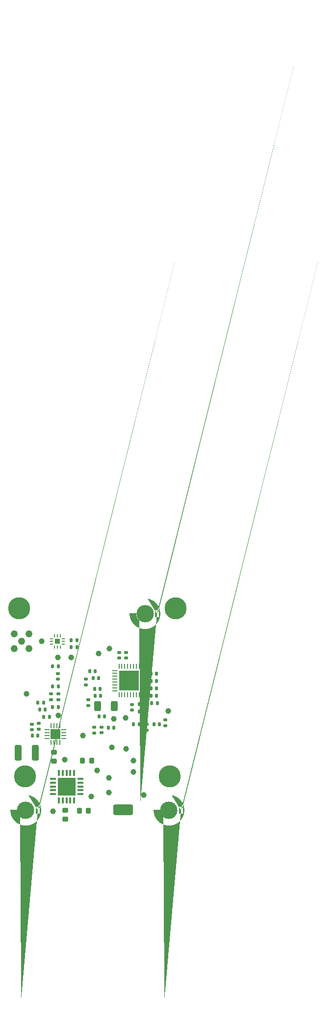
<source format=gbr>
%TF.GenerationSoftware,KiCad,Pcbnew,9.0.0*%
%TF.CreationDate,2025-11-27T12:56:11-07:00*%
%TF.ProjectId,OSS-Radio_2M70CM,4f53532d-5261-4646-996f-5f324d373043,rev?*%
%TF.SameCoordinates,Original*%
%TF.FileFunction,Soldermask,Top*%
%TF.FilePolarity,Negative*%
%FSLAX46Y46*%
G04 Gerber Fmt 4.6, Leading zero omitted, Abs format (unit mm)*
G04 Created by KiCad (PCBNEW 9.0.0) date 2025-11-27 12:56:11*
%MOMM*%
%LPD*%
G01*
G04 APERTURE LIST*
G04 Aperture macros list*
%AMRoundRect*
0 Rectangle with rounded corners*
0 $1 Rounding radius*
0 $2 $3 $4 $5 $6 $7 $8 $9 X,Y pos of 4 corners*
0 Add a 4 corners polygon primitive as box body*
4,1,4,$2,$3,$4,$5,$6,$7,$8,$9,$2,$3,0*
0 Add four circle primitives for the rounded corners*
1,1,$1+$1,$2,$3*
1,1,$1+$1,$4,$5*
1,1,$1+$1,$6,$7*
1,1,$1+$1,$8,$9*
0 Add four rect primitives between the rounded corners*
20,1,$1+$1,$2,$3,$4,$5,0*
20,1,$1+$1,$4,$5,$6,$7,0*
20,1,$1+$1,$6,$7,$8,$9,0*
20,1,$1+$1,$8,$9,$2,$3,0*%
%AMFreePoly0*
4,1,100,-1.631109,2.612558,-1.341386,2.546431,-1.060889,2.448281,-0.793145,2.319342,-0.541521,2.161236,-0.309182,1.975952,-0.099048,1.765818,0.086236,1.533479,0.244342,1.281855,0.373281,1.014111,0.471431,0.733614,0.537558,0.443891,0.570831,0.148587,0.570831,-0.148587,0.537558,-0.443891,0.471431,-0.733614,0.373281,-1.014111,0.244342,-1.281855,0.086236,-1.533479,-0.099048,-1.765818,
-0.309182,-1.975952,-0.541521,-2.161236,-0.793145,-2.319342,-1.060889,-2.448281,-1.341386,-2.546431,-1.631109,-2.612558,-1.926413,-2.645831,-2.223587,-2.645831,-2.518891,-2.612558,-2.808614,-2.546431,-3.089111,-2.448281,-3.356855,-2.319342,-3.608479,-2.161236,-3.840818,-1.975952,-4.050952,-1.765818,-4.236236,-1.533479,-4.394342,-1.281855,-4.523281,-1.014111,-4.621431,-0.733614,-4.687558,-0.443891,
-4.720831,-0.148587,-4.720831,0.118053,-3.575000,0.118053,-3.575000,-0.118053,-3.538065,-0.351251,-3.465104,-0.575800,-3.357915,-0.786171,-3.219136,-0.977184,-3.052184,-1.144136,-2.861171,-1.282915,-2.650800,-1.390104,-2.426251,-1.463065,-2.193053,-1.500000,-1.956947,-1.500000,-1.723749,-1.463065,-1.499200,-1.390104,-1.288829,-1.282915,-1.097816,-1.144136,-0.930864,-0.977184,-0.792085,-0.786171,
-0.684896,-0.575800,-0.611935,-0.351251,-0.575000,-0.118053,-0.575000,0.118053,-0.611935,0.351251,-0.684896,0.575800,-0.792085,0.786171,-0.930864,0.977184,-1.097816,1.144136,-1.288829,1.282915,-1.499200,1.390104,-1.723749,1.463065,-1.956947,1.500000,-2.193053,1.500000,-2.426251,1.463065,-2.650800,1.390104,-2.861171,1.282915,-3.052184,1.144136,-3.219136,0.977184,-3.357915,0.786171,
-3.465104,0.575800,-3.538065,0.351251,-3.575000,0.118053,-4.720831,0.118053,-4.720831,0.148587,-4.687558,0.443891,-4.621431,0.733614,-4.523281,1.014111,-4.394342,1.281855,-4.236236,1.533479,-4.050952,1.765818,-3.840818,1.975952,-3.608479,2.161236,-3.356855,2.319342,-3.089111,2.448281,-2.808614,2.546431,-2.518891,2.612558,-2.223587,2.645831,-1.926413,2.645831,-1.631109,2.612558,
-1.631109,2.612558,$1*%
G04 Aperture macros list end*
%ADD10RoundRect,0.140000X0.170000X-0.140000X0.170000X0.140000X-0.170000X0.140000X-0.170000X-0.140000X0*%
%ADD11RoundRect,0.147500X-0.147500X-0.172500X0.147500X-0.172500X0.147500X0.172500X-0.147500X0.172500X0*%
%ADD12C,1.000000*%
%ADD13RoundRect,0.140000X0.140000X0.170000X-0.140000X0.170000X-0.140000X-0.170000X0.140000X-0.170000X0*%
%ADD14C,3.800000*%
%ADD15RoundRect,0.135000X-0.185000X0.135000X-0.185000X-0.135000X0.185000X-0.135000X0.185000X0.135000X0*%
%ADD16RoundRect,0.140000X-0.140000X-0.170000X0.140000X-0.170000X0.140000X0.170000X-0.140000X0.170000X0*%
%ADD17RoundRect,0.135000X0.185000X-0.135000X0.185000X0.135000X-0.185000X0.135000X-0.185000X-0.135000X0*%
%ADD18RoundRect,0.147500X0.172500X-0.147500X0.172500X0.147500X-0.172500X0.147500X-0.172500X-0.147500X0*%
%ADD19RoundRect,0.225000X-0.250000X0.225000X-0.250000X-0.225000X0.250000X-0.225000X0.250000X0.225000X0*%
%ADD20RoundRect,0.140000X-0.170000X0.140000X-0.170000X-0.140000X0.170000X-0.140000X0.170000X0.140000X0*%
%ADD21RoundRect,0.225000X-0.225000X-0.250000X0.225000X-0.250000X0.225000X0.250000X-0.225000X0.250000X0*%
%ADD22RoundRect,0.250000X-1.450000X-0.650000X1.450000X-0.650000X1.450000X0.650000X-1.450000X0.650000X0*%
%ADD23RoundRect,0.147500X-0.172500X0.147500X-0.172500X-0.147500X0.172500X-0.147500X0.172500X0.147500X0*%
%ADD24R,0.609600X0.203200*%
%ADD25R,0.203200X0.609600*%
%ADD26R,0.863600X0.863600*%
%ADD27RoundRect,0.147500X0.147500X0.172500X-0.147500X0.172500X-0.147500X-0.172500X0.147500X-0.172500X0*%
%ADD28C,3.000000*%
%ADD29FreePoly0,0.000000*%
%ADD30RoundRect,0.250000X0.312500X0.625000X-0.312500X0.625000X-0.312500X-0.625000X0.312500X-0.625000X0*%
%ADD31RoundRect,0.062500X0.062500X-0.350000X0.062500X0.350000X-0.062500X0.350000X-0.062500X-0.350000X0*%
%ADD32RoundRect,0.062500X0.350000X-0.062500X0.350000X0.062500X-0.350000X0.062500X-0.350000X-0.062500X0*%
%ADD33R,1.700000X1.700000*%
%ADD34RoundRect,0.250000X-0.325000X-1.100000X0.325000X-1.100000X0.325000X1.100000X-0.325000X1.100000X0*%
%ADD35RoundRect,0.225000X0.250000X-0.225000X0.250000X0.225000X-0.250000X0.225000X-0.250000X-0.225000X0*%
%ADD36RoundRect,0.087500X-0.087500X0.425000X-0.087500X-0.425000X0.087500X-0.425000X0.087500X0.425000X0*%
%ADD37RoundRect,0.087500X-0.425000X0.087500X-0.425000X-0.087500X0.425000X-0.087500X0.425000X0.087500X0*%
%ADD38R,3.150000X3.150000*%
%ADD39C,1.240000*%
%ADD40RoundRect,0.062500X-0.062500X0.375000X-0.062500X-0.375000X0.062500X-0.375000X0.062500X0.375000X0*%
%ADD41RoundRect,0.062500X-0.375000X0.062500X-0.375000X-0.062500X0.375000X-0.062500X0.375000X0.062500X0*%
%ADD42R,3.450000X3.450000*%
G04 APERTURE END LIST*
D10*
%TO.C,C54*%
X155990000Y-99565000D03*
X155990000Y-98605000D03*
%TD*%
D11*
%TO.C,L3*%
X142285000Y-99020000D03*
X143255000Y-99020000D03*
%TD*%
D12*
%TO.C,TP16*%
X150000000Y-110000000D03*
%TD*%
D13*
%TO.C,C47*%
X160220000Y-94585000D03*
X159260000Y-94585000D03*
%TD*%
%TO.C,C45*%
X158580000Y-90700000D03*
X157620000Y-90700000D03*
%TD*%
D12*
%TO.C,TP7*%
X147500000Y-104000000D03*
%TD*%
D14*
%TO.C,H3*%
X137500000Y-111000000D03*
%TD*%
D13*
%TO.C,C49*%
X160220000Y-95835000D03*
X159260000Y-95835000D03*
%TD*%
D14*
%TO.C,H2*%
X136500000Y-82000000D03*
%TD*%
D10*
%TO.C,C41*%
X143270000Y-97750000D03*
X143270000Y-96790000D03*
%TD*%
D14*
%TO.C,H1*%
X163500000Y-82000000D03*
%TD*%
D15*
%TO.C,R12*%
X148000000Y-94240000D03*
X148000000Y-95260000D03*
%TD*%
D16*
%TO.C,C44*%
X149270000Y-94100000D03*
X150230000Y-94100000D03*
%TD*%
D12*
%TO.C,TP8*%
X152900000Y-101100000D03*
%TD*%
D11*
%TO.C,L15*%
X142285000Y-95520000D03*
X143255000Y-95520000D03*
%TD*%
D17*
%TO.C,R16*%
X149500000Y-103510000D03*
X149500000Y-102490000D03*
%TD*%
D12*
%TO.C,TP10*%
X154900000Y-100900000D03*
%TD*%
%TO.C,TP9*%
X145500000Y-90500000D03*
%TD*%
D13*
%TO.C,C39*%
X141000000Y-99500000D03*
X140040000Y-99500000D03*
%TD*%
%TO.C,C37*%
X141750000Y-100750000D03*
X140790000Y-100750000D03*
%TD*%
D18*
%TO.C,L12*%
X161750000Y-102235000D03*
X161750000Y-101265000D03*
%TD*%
D16*
%TO.C,C66*%
X149620000Y-97100000D03*
X150580000Y-97100000D03*
%TD*%
%TO.C,C60*%
X150320000Y-100700000D03*
X151280000Y-100700000D03*
%TD*%
D12*
%TO.C,TP17*%
X156250000Y-110250000D03*
%TD*%
D19*
%TO.C,C17*%
X144500000Y-116825000D03*
X144500000Y-118375000D03*
%TD*%
D12*
%TO.C,TP2*%
X158000000Y-114250000D03*
%TD*%
D20*
%TO.C,C43*%
X138750000Y-102020000D03*
X138750000Y-102980000D03*
%TD*%
%TO.C,C46*%
X155000000Y-89620000D03*
X155000000Y-90580000D03*
%TD*%
D12*
%TO.C,TP19*%
X149000000Y-114500000D03*
%TD*%
D21*
%TO.C,C16*%
X146925000Y-116900000D03*
X148475000Y-116900000D03*
%TD*%
D22*
%TO.C,TP23*%
X154500000Y-116750000D03*
%TD*%
D10*
%TO.C,C38*%
X142020000Y-97750000D03*
X142020000Y-96790000D03*
%TD*%
D20*
%TO.C,C61*%
X148500000Y-97820000D03*
X148500000Y-98780000D03*
%TD*%
D23*
%TO.C,L13*%
X158500000Y-102030000D03*
X158500000Y-103000000D03*
%TD*%
D12*
%TO.C,TP12*%
X152125000Y-89000000D03*
%TD*%
D24*
%TO.C,U7*%
X142146574Y-87249874D03*
X142146574Y-87750000D03*
X142146574Y-88250126D03*
D25*
X142649748Y-88753300D03*
X143149874Y-88753300D03*
X143650000Y-88753300D03*
D24*
X144153174Y-88250126D03*
X144153174Y-87750000D03*
X144153174Y-87249874D03*
D25*
X143650000Y-86746700D03*
X143149874Y-86746700D03*
X142649748Y-86746700D03*
D26*
X143149874Y-87750000D03*
%TD*%
D12*
%TO.C,TP20*%
X152000000Y-111250000D03*
%TD*%
D13*
%TO.C,C40*%
X140730000Y-98250000D03*
X139770000Y-98250000D03*
%TD*%
D12*
%TO.C,TP18*%
X156250000Y-108250000D03*
%TD*%
D10*
%TO.C,C42*%
X143250000Y-94250000D03*
X143250000Y-93290000D03*
%TD*%
D12*
%TO.C,TP15*%
X152000000Y-113750000D03*
%TD*%
D27*
%TO.C,L14*%
X157235000Y-102015000D03*
X156265000Y-102015000D03*
%TD*%
D12*
%TO.C,TP6*%
X143270000Y-100500000D03*
%TD*%
%TO.C,TP14*%
X137750000Y-96750000D03*
%TD*%
%TO.C,TP21*%
X150250000Y-89850000D03*
%TD*%
D28*
%TO.C,MP1*%
X137625000Y-116875000D03*
D29*
X139700000Y-116875000D03*
%TD*%
D12*
%TO.C,TP4*%
X140399874Y-87750000D03*
%TD*%
%TO.C,TP3*%
X142400000Y-117000000D03*
%TD*%
D30*
%TO.C,R15*%
X152962500Y-98900000D03*
X150037500Y-98900000D03*
%TD*%
D31*
%TO.C,U3*%
X142020000Y-105175000D03*
X142520000Y-105175000D03*
X143020000Y-105175000D03*
X143520000Y-105175000D03*
D32*
X144232500Y-104462500D03*
X144232500Y-103962500D03*
X144232500Y-103462500D03*
X144232500Y-102962500D03*
D31*
X143520000Y-102250000D03*
X143020000Y-102250000D03*
X142520000Y-102250000D03*
X142020000Y-102250000D03*
D32*
X141307500Y-102962500D03*
X141307500Y-103462500D03*
X141307500Y-103962500D03*
X141307500Y-104462500D03*
D33*
X142770000Y-103712500D03*
%TD*%
D16*
%TO.C,C51*%
X149520000Y-95900000D03*
X150480000Y-95900000D03*
%TD*%
D13*
%TO.C,C65*%
X160730000Y-102015000D03*
X159770000Y-102015000D03*
%TD*%
D20*
%TO.C,C53*%
X153750000Y-89620000D03*
X153750000Y-90580000D03*
%TD*%
D12*
%TO.C,TP5*%
X143250000Y-90500000D03*
%TD*%
D16*
%TO.C,C57*%
X157260000Y-98585000D03*
X158220000Y-98585000D03*
%TD*%
D12*
%TO.C,TP13*%
X155000000Y-106250000D03*
%TD*%
D21*
%TO.C,C18*%
X147475000Y-108250000D03*
X149025000Y-108250000D03*
%TD*%
D16*
%TO.C,C64*%
X145520000Y-88750000D03*
X146480000Y-88750000D03*
%TD*%
D28*
%TO.C,MP2*%
X158250000Y-83000000D03*
D29*
X160325000Y-83000000D03*
%TD*%
D14*
%TO.C,H4*%
X162500000Y-111000000D03*
%TD*%
D34*
%TO.C,C14*%
X136325000Y-106900000D03*
X139275000Y-106900000D03*
%TD*%
D13*
%TO.C,C56*%
X160220000Y-93335000D03*
X159260000Y-93335000D03*
%TD*%
%TO.C,C62*%
X152880000Y-102600000D03*
X151920000Y-102600000D03*
%TD*%
D28*
%TO.C,MP3*%
X162375000Y-116875000D03*
D29*
X164450000Y-116875000D03*
%TD*%
D35*
%TO.C,C19*%
X142500000Y-108400000D03*
X142500000Y-106850000D03*
%TD*%
D16*
%TO.C,C52*%
X148717500Y-92850000D03*
X149677500Y-92850000D03*
%TD*%
D12*
%TO.C,TP22*%
X152500000Y-106000000D03*
%TD*%
D18*
%TO.C,L11*%
X150750000Y-103485000D03*
X150750000Y-102515000D03*
%TD*%
D16*
%TO.C,C63*%
X145520000Y-87500000D03*
X146480000Y-87500000D03*
%TD*%
D36*
%TO.C,U4*%
X146000000Y-110375000D03*
X145350000Y-110375000D03*
X144700000Y-110375000D03*
X144050000Y-110375000D03*
X143400000Y-110375000D03*
D37*
X142337500Y-111437500D03*
X142337500Y-112087500D03*
X142337500Y-112737500D03*
X142337500Y-113387500D03*
X142337500Y-114037500D03*
D36*
X143400000Y-115100000D03*
X144050000Y-115100000D03*
X144700000Y-115100000D03*
X145350000Y-115100000D03*
X146000000Y-115100000D03*
D37*
X147062500Y-114037500D03*
X147062500Y-113387500D03*
X147062500Y-112737500D03*
X147062500Y-112087500D03*
X147062500Y-111437500D03*
D38*
X144700000Y-112737500D03*
%TD*%
D12*
%TO.C,TP11*%
X162250000Y-99750000D03*
%TD*%
D13*
%TO.C,C50*%
X160380000Y-98335000D03*
X159420000Y-98335000D03*
%TD*%
D11*
%TO.C,L10*%
X138765000Y-104000000D03*
X139735000Y-104000000D03*
%TD*%
D12*
%TO.C,TP1*%
X144375000Y-108125000D03*
%TD*%
D11*
%TO.C,L16*%
X142285000Y-92020000D03*
X143255000Y-92020000D03*
%TD*%
D15*
%TO.C,R24*%
X139875000Y-101865000D03*
X139875000Y-102885000D03*
%TD*%
D39*
%TO.C,AE2*%
X136919874Y-87750000D03*
X138189874Y-89020000D03*
X138189874Y-86480000D03*
X135649874Y-89020000D03*
X135649874Y-86480000D03*
%TD*%
D40*
%TO.C,U5*%
X157250000Y-92062500D03*
X156750000Y-92062500D03*
X156250000Y-92062500D03*
X155750000Y-92062500D03*
X155250000Y-92062500D03*
X154750000Y-92062500D03*
X154250000Y-92062500D03*
X153750000Y-92062500D03*
D41*
X153062500Y-92750000D03*
X153062500Y-93250000D03*
X153062500Y-93750000D03*
X153062500Y-94250000D03*
X153062500Y-94750000D03*
X153062500Y-95250000D03*
X153062500Y-95750000D03*
X153062500Y-96250000D03*
D40*
X153750000Y-96937500D03*
X154250000Y-96937500D03*
X154750000Y-96937500D03*
X155250000Y-96937500D03*
X155750000Y-96937500D03*
X156250000Y-96937500D03*
X156750000Y-96937500D03*
X157250000Y-96937500D03*
D41*
X157937500Y-96250000D03*
X157937500Y-95750000D03*
X157937500Y-95250000D03*
X157937500Y-94750000D03*
X157937500Y-94250000D03*
X157937500Y-93750000D03*
X157937500Y-93250000D03*
X157937500Y-92750000D03*
D42*
X155500000Y-94500000D03*
%TD*%
D13*
%TO.C,C55*%
X160220000Y-97085000D03*
X159260000Y-97085000D03*
%TD*%
%TO.C,C48*%
X158200000Y-99835000D03*
X157240000Y-99835000D03*
%TD*%
M02*

</source>
